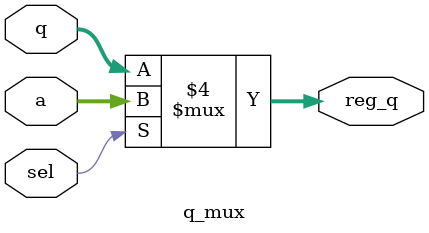
<source format=v>
`timescale 1ns / 1ps


module q_mux(a, q, sel, reg_q);
    input [31:0] a;
    input [31:0] q;
    input sel;
    output reg [31:0] reg_q;
    
    always @(*)
    begin
        if (sel == 1)
        begin
            reg_q = a;
        end
        else
        begin
            reg_q = q;
        end
    end
endmodule

</source>
